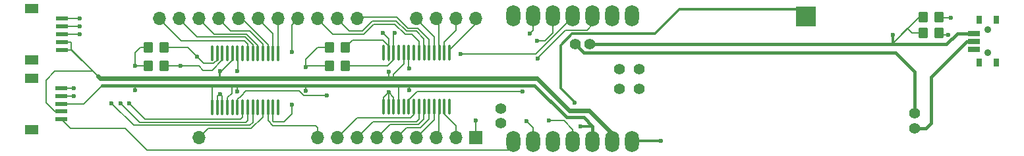
<source format=gtl>
G04 #@! TF.GenerationSoftware,KiCad,Pcbnew,8.0.3*
G04 #@! TF.CreationDate,2024-08-28T21:52:25+01:00*
G04 #@! TF.ProjectId,Seeed,53656565-642e-46b6-9963-61645f706362,rev?*
G04 #@! TF.SameCoordinates,Original*
G04 #@! TF.FileFunction,Copper,L1,Top*
G04 #@! TF.FilePolarity,Positive*
%FSLAX46Y46*%
G04 Gerber Fmt 4.6, Leading zero omitted, Abs format (unit mm)*
G04 Created by KiCad (PCBNEW 8.0.3) date 2024-08-28 21:52:25*
%MOMM*%
%LPD*%
G01*
G04 APERTURE LIST*
G04 Aperture macros list*
%AMRoundRect*
0 Rectangle with rounded corners*
0 $1 Rounding radius*
0 $2 $3 $4 $5 $6 $7 $8 $9 X,Y pos of 4 corners*
0 Add a 4 corners polygon primitive as box body*
4,1,4,$2,$3,$4,$5,$6,$7,$8,$9,$2,$3,0*
0 Add four circle primitives for the rounded corners*
1,1,$1+$1,$2,$3*
1,1,$1+$1,$4,$5*
1,1,$1+$1,$6,$7*
1,1,$1+$1,$8,$9*
0 Add four rect primitives between the rounded corners*
20,1,$1+$1,$2,$3,$4,$5,0*
20,1,$1+$1,$4,$5,$6,$7,0*
20,1,$1+$1,$6,$7,$8,$9,0*
20,1,$1+$1,$8,$9,$2,$3,0*%
G04 Aperture macros list end*
G04 #@! TA.AperFunction,ComponentPad*
%ADD10O,1.700000X1.700000*%
G04 #@! TD*
G04 #@! TA.AperFunction,SMDPad,CuDef*
%ADD11R,1.550000X0.600000*%
G04 #@! TD*
G04 #@! TA.AperFunction,SMDPad,CuDef*
%ADD12R,1.800000X1.200000*%
G04 #@! TD*
G04 #@! TA.AperFunction,ComponentPad*
%ADD13C,1.400000*%
G04 #@! TD*
G04 #@! TA.AperFunction,SMDPad,CuDef*
%ADD14RoundRect,0.250000X0.350000X0.450000X-0.350000X0.450000X-0.350000X-0.450000X0.350000X-0.450000X0*%
G04 #@! TD*
G04 #@! TA.AperFunction,SMDPad,CuDef*
%ADD15O,0.360000X2.020000*%
G04 #@! TD*
G04 #@! TA.AperFunction,ComponentPad*
%ADD16C,0.900000*%
G04 #@! TD*
G04 #@! TA.AperFunction,SMDPad,CuDef*
%ADD17R,1.500000X0.700000*%
G04 #@! TD*
G04 #@! TA.AperFunction,SMDPad,CuDef*
%ADD18R,0.800000X1.000000*%
G04 #@! TD*
G04 #@! TA.AperFunction,SMDPad,CuDef*
%ADD19R,2.500000X2.500000*%
G04 #@! TD*
G04 #@! TA.AperFunction,ComponentPad*
%ADD20R,1.700000X1.700000*%
G04 #@! TD*
G04 #@! TA.AperFunction,SMDPad,CuDef*
%ADD21RoundRect,0.250000X-0.350000X-0.450000X0.350000X-0.450000X0.350000X0.450000X-0.350000X0.450000X0*%
G04 #@! TD*
G04 #@! TA.AperFunction,SMDPad,CuDef*
%ADD22O,1.800000X2.750000*%
G04 #@! TD*
G04 #@! TA.AperFunction,ComponentPad*
%ADD23C,1.397000*%
G04 #@! TD*
G04 #@! TA.AperFunction,ViaPad*
%ADD24C,0.600000*%
G04 #@! TD*
G04 #@! TA.AperFunction,Conductor*
%ADD25C,0.300000*%
G04 #@! TD*
G04 #@! TA.AperFunction,Conductor*
%ADD26C,0.200000*%
G04 #@! TD*
G04 #@! TA.AperFunction,Conductor*
%ADD27C,0.400000*%
G04 #@! TD*
G04 #@! TA.AperFunction,Conductor*
%ADD28C,0.600000*%
G04 #@! TD*
G04 APERTURE END LIST*
D10*
G04 #@! TO.P,J2,1,R2*
G04 #@! TO.N,Net-(J2-R2)*
X165100000Y-99000000D03*
G04 #@! TO.P,J2,2,R1*
G04 #@! TO.N,Net-(J2-R1)*
X162560000Y-99000000D03*
G04 #@! TO.P,J2,3,OPTION*
G04 #@! TO.N,Net-(J2-OPTION)*
X160020001Y-99000000D03*
G04 #@! TO.P,J2,4,COMMAND*
G04 #@! TO.N,Net-(J2-COMMAND)*
X157480000Y-99000000D03*
G04 #@! TO.P,J2,7,R4*
G04 #@! TO.N,Net-(J2-R4)*
X149860000Y-99000000D03*
G04 #@! TO.P,J2,8,R5*
G04 #@! TO.N,Net-(J2-R5)*
X147319999Y-99000000D03*
G04 #@! TO.P,J2,9,R6*
G04 #@! TO.N,Net-(J2-R6)*
X144780000Y-99000000D03*
G04 #@! TO.P,J2,10,R7*
G04 #@! TO.N,Net-(J2-R7)*
X142240000Y-99000000D03*
G04 #@! TO.P,J2,11,R0*
G04 #@! TO.N,Net-(J2-R0)*
X139700000Y-99000000D03*
G04 #@! TO.P,J2,12,R8*
G04 #@! TO.N,Net-(J2-R8)*
X137160001Y-99000000D03*
G04 #@! TO.P,J2,13,R3*
G04 #@! TO.N,Net-(J2-R3)*
X134620000Y-99000000D03*
G04 #@! TO.P,J2,14,R9*
G04 #@! TO.N,Net-(J2-R9)*
X132080000Y-99000000D03*
G04 #@! TO.P,J2,15,POWER*
G04 #@! TO.N,Net-(J2-POWER)*
X129540000Y-99000000D03*
G04 #@! TO.P,J2,16,CONTROL*
G04 #@! TO.N,Net-(J2-CONTROL)*
X127000001Y-99000000D03*
G04 #@! TO.P,J2,17,SHIFT*
G04 #@! TO.N,Net-(J2-SHIFT)*
X124459999Y-99000000D03*
G04 #@! TD*
D11*
G04 #@! TO.P,SPI,1,1*
G04 #@! TO.N,MOSI*
X111890000Y-107950000D03*
G04 #@! TO.P,SPI,2,2*
G04 #@! TO.N,SCK*
X111890000Y-108950000D03*
G04 #@! TO.P,SPI,3,3*
G04 #@! TO.N,VCC*
X111890000Y-109950000D03*
G04 #@! TO.P,SPI,4,4*
G04 #@! TO.N,GND*
X111890000Y-110950000D03*
G04 #@! TO.P,SPI,5,5*
G04 #@! TO.N,CS*
X111890000Y-111950000D03*
D12*
G04 #@! TO.P,SPI,6,6*
G04 #@! TO.N,unconnected-(J5-Pad6)*
X108010000Y-106650000D03*
G04 #@! TO.P,SPI,7,7*
G04 #@! TO.N,unconnected-(J5-Pad7)*
X108010000Y-113250000D03*
G04 #@! TD*
D11*
G04 #@! TO.P,EC11,1,1*
G04 #@! TO.N,Net-(U2-GPA0)*
X111940000Y-99000000D03*
G04 #@! TO.P,EC11,2,2*
G04 #@! TO.N,Net-(U2-GPA1)*
X111940000Y-100000000D03*
G04 #@! TO.P,EC11,3,3*
G04 #@! TO.N,Net-(U2-GPA2)*
X111940000Y-101000000D03*
G04 #@! TO.P,EC11,4,4*
G04 #@! TO.N,GND*
X111940000Y-102000000D03*
G04 #@! TO.P,EC11,5,5*
X111940000Y-103000000D03*
D12*
G04 #@! TO.P,EC11,6,6*
G04 #@! TO.N,unconnected-(J1-Pad6)*
X108060000Y-97700000D03*
G04 #@! TO.P,EC11,7,7*
G04 #@! TO.N,unconnected-(J1-Pad7)*
X108060000Y-104300000D03*
G04 #@! TD*
D13*
G04 #@! TO.P,J4,1,Pin_1*
G04 #@! TO.N,Net-(J4-Pin_1)*
X221520000Y-111130000D03*
G04 #@! TO.P,J4,2,Pin_2*
G04 #@! TO.N,Net-(J4-Pin_2)*
X221520000Y-113130000D03*
G04 #@! TD*
D14*
G04 #@! TO.P,R2,1*
G04 #@! TO.N,Net-(U1-SCK)*
X148320000Y-105105200D03*
G04 #@! TO.P,R2,2*
G04 #@! TO.N,VCC*
X146320000Y-105105200D03*
G04 #@! TD*
G04 #@! TO.P,R5,1*
G04 #@! TO.N,Net-(USB1-CC2)*
X224590000Y-100870000D03*
G04 #@! TO.P,R5,2*
G04 #@! TO.N,Net-(R5-Pad2)*
X222590000Y-100870000D03*
G04 #@! TD*
G04 #@! TO.P,R4,1*
G04 #@! TO.N,Net-(U1-SCK)*
X125027600Y-105105200D03*
G04 #@! TO.P,R4,2*
G04 #@! TO.N,VCC*
X123027600Y-105105200D03*
G04 #@! TD*
D15*
G04 #@! TO.P,U1,1,GPB0*
G04 #@! TO.N,Net-(J2-R2)*
X161710000Y-103400000D03*
G04 #@! TO.P,U1,2,GPB1*
G04 #@! TO.N,Net-(J2-R1)*
X161060000Y-103400000D03*
G04 #@! TO.P,U1,3,GPB2*
G04 #@! TO.N,Net-(J2-OPTION)*
X160409999Y-103400000D03*
G04 #@! TO.P,U1,4,GPB3*
G04 #@! TO.N,Net-(J2-COMMAND)*
X159760000Y-103400000D03*
G04 #@! TO.P,U1,5,GPB4*
G04 #@! TO.N,Net-(J2-R4)*
X159110001Y-103400000D03*
G04 #@! TO.P,U1,6,GPB5*
G04 #@! TO.N,Net-(J2-R5)*
X158460000Y-103400000D03*
G04 #@! TO.P,U1,7,GPB6*
G04 #@! TO.N,Net-(J2-R6)*
X157800000Y-103400000D03*
G04 #@! TO.P,U1,8,GPB7*
G04 #@! TO.N,unconnected-(U1-GPB7-Pad8)*
X157150000Y-103400000D03*
G04 #@! TO.P,U1,9,VDD*
G04 #@! TO.N,VCC*
X156500000Y-103400000D03*
G04 #@! TO.P,U1,10,VSS*
G04 #@! TO.N,GND*
X155849999Y-103400000D03*
G04 #@! TO.P,U1,11,NC*
G04 #@! TO.N,unconnected-(U1-NC-Pad11)*
X155200000Y-103400000D03*
G04 #@! TO.P,U1,12,SCK*
G04 #@! TO.N,Net-(U1-SCK)*
X154550001Y-103400000D03*
G04 #@! TO.P,U1,13,SDA*
G04 #@! TO.N,Net-(U1-SDA)*
X153900000Y-103400000D03*
G04 #@! TO.P,U1,14,NC*
G04 #@! TO.N,unconnected-(U1-NC-Pad14)*
X153250000Y-103400000D03*
G04 #@! TO.P,U1,15,A0*
G04 #@! TO.N,GND*
X153250000Y-110320000D03*
G04 #@! TO.P,U1,16,A1*
X153900000Y-110320000D03*
G04 #@! TO.P,U1,17,A2*
X154550001Y-110320000D03*
G04 #@! TO.P,U1,18,~{RESET}*
G04 #@! TO.N,VCC*
X155200000Y-110320000D03*
G04 #@! TO.P,U1,19,INTB*
G04 #@! TO.N,unconnected-(U1-INTB-Pad19)*
X155849999Y-110320000D03*
G04 #@! TO.P,U1,20,INTA*
G04 #@! TO.N,Net-(U1-INTA)*
X156500000Y-110320000D03*
G04 #@! TO.P,U1,21,GPA0*
G04 #@! TO.N,Net-(J3-C6)*
X157150000Y-110320000D03*
G04 #@! TO.P,U1,22,GPA1*
G04 #@! TO.N,Net-(J3-C5)*
X157800000Y-110320000D03*
G04 #@! TO.P,U1,23,GPA2*
G04 #@! TO.N,Net-(J3-C4)*
X158460000Y-110320000D03*
G04 #@! TO.P,U1,24,GPA3*
G04 #@! TO.N,Net-(J3-C3)*
X159110001Y-110320000D03*
G04 #@! TO.P,U1,25,GPA4*
G04 #@! TO.N,Net-(J3-C2)*
X159760000Y-110320000D03*
G04 #@! TO.P,U1,26,GPA5*
G04 #@! TO.N,Net-(J3-C1)*
X160409999Y-110320000D03*
G04 #@! TO.P,U1,27,GPA6*
G04 #@! TO.N,Net-(J3-C0)*
X161060000Y-110320000D03*
G04 #@! TO.P,U1,28,GPA7*
G04 #@! TO.N,unconnected-(U1-GPA7-Pad28)*
X161710000Y-110320000D03*
G04 #@! TD*
D14*
G04 #@! TO.P,R1,1*
G04 #@! TO.N,Net-(U1-SDA)*
X148320000Y-102717600D03*
G04 #@! TO.P,R1,2*
G04 #@! TO.N,VCC*
X146320000Y-102717600D03*
G04 #@! TD*
G04 #@! TO.P,R3,1*
G04 #@! TO.N,Net-(U1-SDA)*
X125027600Y-102717600D03*
G04 #@! TO.P,R3,2*
G04 #@! TO.N,VCC*
X123027600Y-102717600D03*
G04 #@! TD*
D16*
G04 #@! TO.P,SW1,*
G04 #@! TO.N,*
X230920000Y-103420000D03*
X230920000Y-100420000D03*
D17*
G04 #@! TO.P,SW1,1,1*
G04 #@! TO.N,unconnected-(SW1-Pad1)*
X229120000Y-102920000D03*
G04 #@! TO.P,SW1,2,2*
G04 #@! TO.N,Net-(J4-Pin_2)*
X229120000Y-101920000D03*
G04 #@! TO.P,SW1,3,3*
G04 #@! TO.N,Net-(R5-Pad2)*
X229120000Y-100920000D03*
D18*
G04 #@! TO.P,SW1,4,4*
G04 #@! TO.N,unconnected-(SW1-Pad4)*
X229820000Y-104670000D03*
X232020000Y-104670000D03*
G04 #@! TO.P,SW1,5,5*
G04 #@! TO.N,unconnected-(SW1-Pad5)*
X229820000Y-99170000D03*
X232020000Y-99170000D03*
G04 #@! TD*
D19*
G04 #@! TO.P,V+,1,Pin_1*
G04 #@! TO.N,VCC*
X207560000Y-98710000D03*
G04 #@! TD*
D20*
G04 #@! TO.P,J3,1,GROUND*
G04 #@! TO.N,GND*
X165100000Y-114300000D03*
D10*
G04 #@! TO.P,J3,2,C0*
G04 #@! TO.N,Net-(J3-C0)*
X162560000Y-114300000D03*
G04 #@! TO.P,J3,3,C1*
G04 #@! TO.N,Net-(J3-C1)*
X160020001Y-114300000D03*
G04 #@! TO.P,J3,4,C2*
G04 #@! TO.N,Net-(J3-C2)*
X157480000Y-114300000D03*
G04 #@! TO.P,J3,5,C3*
G04 #@! TO.N,Net-(J3-C3)*
X154940000Y-114300000D03*
G04 #@! TO.P,J3,6,C4*
G04 #@! TO.N,Net-(J3-C4)*
X152400000Y-114300000D03*
G04 #@! TO.P,J3,7,C5*
G04 #@! TO.N,Net-(J3-C5)*
X149860000Y-114300000D03*
G04 #@! TO.P,J3,8,C6*
G04 #@! TO.N,Net-(J3-C6)*
X147319999Y-114300000D03*
G04 #@! TO.P,J3,9,C7*
G04 #@! TO.N,Net-(J3-C7)*
X144780000Y-114300000D03*
G04 #@! TO.P,J3,15,CAPSLOCK*
G04 #@! TO.N,Net-(J3-CAPSLOCK)*
X129540000Y-114300000D03*
G04 #@! TD*
D21*
G04 #@! TO.P,R6,1*
G04 #@! TO.N,Net-(R5-Pad2)*
X222590000Y-98790000D03*
G04 #@! TO.P,R6,2*
G04 #@! TO.N,Net-(USB1-CC1)*
X224590000Y-98790000D03*
G04 #@! TD*
D15*
G04 #@! TO.P,U2,1,GPB0*
G04 #@! TO.N,Net-(J2-R0)*
X139700000Y-103460000D03*
G04 #@! TO.P,U2,2,GPB1*
G04 #@! TO.N,Net-(J2-R8)*
X139050000Y-103460000D03*
G04 #@! TO.P,U2,3,GPB2*
G04 #@! TO.N,Net-(J2-R3)*
X138399999Y-103460000D03*
G04 #@! TO.P,U2,4,GPB3*
G04 #@! TO.N,Net-(J2-R9)*
X137750000Y-103460000D03*
G04 #@! TO.P,U2,5,GPB4*
G04 #@! TO.N,Net-(J2-POWER)*
X137100001Y-103460000D03*
G04 #@! TO.P,U2,6,GPB5*
G04 #@! TO.N,Net-(J2-CONTROL)*
X136450000Y-103460000D03*
G04 #@! TO.P,U2,7,GPB6*
G04 #@! TO.N,Net-(J2-SHIFT)*
X135790000Y-103460000D03*
G04 #@! TO.P,U2,8,GPB7*
G04 #@! TO.N,unconnected-(U2-GPB7-Pad8)*
X135140000Y-103460000D03*
G04 #@! TO.P,U2,9,VDD*
G04 #@! TO.N,VCC*
X134490000Y-103460000D03*
G04 #@! TO.P,U2,10,VSS*
G04 #@! TO.N,GND*
X133839999Y-103460000D03*
G04 #@! TO.P,U2,11,NC*
G04 #@! TO.N,unconnected-(U2-NC-Pad11)*
X133190000Y-103460000D03*
G04 #@! TO.P,U2,12,SCK*
G04 #@! TO.N,Net-(U1-SCK)*
X132540001Y-103460000D03*
G04 #@! TO.P,U2,13,SDA*
G04 #@! TO.N,Net-(U1-SDA)*
X131890000Y-103460000D03*
G04 #@! TO.P,U2,14,NC*
G04 #@! TO.N,unconnected-(U2-NC-Pad14)*
X131240000Y-103460000D03*
G04 #@! TO.P,U2,15,A0*
G04 #@! TO.N,VCC*
X131240000Y-110380000D03*
G04 #@! TO.P,U2,16,A1*
G04 #@! TO.N,GND*
X131890000Y-110380000D03*
G04 #@! TO.P,U2,17,A2*
X132540001Y-110380000D03*
G04 #@! TO.P,U2,18,~{RESET}*
G04 #@! TO.N,VCC*
X133190000Y-110380000D03*
G04 #@! TO.P,U2,19,INTB*
G04 #@! TO.N,unconnected-(U2-INTB-Pad19)*
X133839999Y-110380000D03*
G04 #@! TO.P,U2,20,INTA*
G04 #@! TO.N,Net-(U2-INTA)*
X134490000Y-110380000D03*
G04 #@! TO.P,U2,21,GPA0*
G04 #@! TO.N,Net-(U2-GPA0)*
X135140000Y-110380000D03*
G04 #@! TO.P,U2,22,GPA1*
G04 #@! TO.N,Net-(U2-GPA1)*
X135790000Y-110380000D03*
G04 #@! TO.P,U2,23,GPA2*
G04 #@! TO.N,Net-(U2-GPA2)*
X136450000Y-110380000D03*
G04 #@! TO.P,U2,24,GPA3*
G04 #@! TO.N,unconnected-(U2-GPA3-Pad24)*
X137100001Y-110380000D03*
G04 #@! TO.P,U2,25,GPA4*
G04 #@! TO.N,Net-(J3-CAPSLOCK)*
X137750000Y-110380000D03*
G04 #@! TO.P,U2,26,GPA5*
G04 #@! TO.N,Net-(J3-C7)*
X138399999Y-110380000D03*
G04 #@! TO.P,U2,27,GPA6*
G04 #@! TO.N,Net-(J2-R7)*
X139050000Y-110380000D03*
G04 #@! TO.P,U2,28,GPA7*
G04 #@! TO.N,unconnected-(U2-GPA7-Pad28)*
X139700000Y-110380000D03*
G04 #@! TD*
D22*
G04 #@! TO.P,XIAO1,1,A2/0.02_H*
G04 #@! TO.N,unconnected-(XIAO1-A2{slash}0.02_H-Pad1)*
X185191400Y-98630040D03*
G04 #@! TO.P,XIAO1,2,A4/0.03_H*
G04 #@! TO.N,unconnected-(XIAO1-A4{slash}0.03_H-Pad2)*
X182651400Y-98630040D03*
G04 #@! TO.P,XIAO1,3,A10/0.28*
G04 #@! TO.N,Net-(U1-INTA)*
X180111400Y-98630040D03*
G04 #@! TO.P,XIAO1,4,A11/0.29*
G04 #@! TO.N,Net-(U2-INTA)*
X177571400Y-98630040D03*
G04 #@! TO.P,XIAO1,5,A8_SDA/0.04_H*
G04 #@! TO.N,Net-(U1-SDA)*
X175031400Y-98630040D03*
G04 #@! TO.P,XIAO1,6,A9_SCL/0.05_H*
G04 #@! TO.N,Net-(U1-SCK)*
X172491400Y-98630040D03*
G04 #@! TO.P,XIAO1,7,B8_TX/1.11*
G04 #@! TO.N,unconnected-(XIAO1-B8_TX{slash}1.11-Pad7)*
X169951400Y-98630040D03*
G04 #@! TO.P,XIAO1,8,B9_RX/1.12*
G04 #@! TO.N,CS*
X169951400Y-114819960D03*
G04 #@! TO.P,XIAO1,9,A7_SCK/1.13*
G04 #@! TO.N,SCK*
X172491400Y-114819960D03*
G04 #@! TO.P,XIAO1,10,A5_MISO/1.14*
G04 #@! TO.N,unconnected-(XIAO1-A5_MISO{slash}1.14-Pad10)*
X175031400Y-114819960D03*
G04 #@! TO.P,XIAO1,11,A6_MOSI/1.15*
G04 #@! TO.N,MOSI*
X177571400Y-114819960D03*
G04 #@! TO.P,XIAO1,12,3V3*
G04 #@! TO.N,VCC*
X180111400Y-114819960D03*
G04 #@! TO.P,XIAO1,13,GND*
G04 #@! TO.N,GND*
X182651400Y-114819960D03*
G04 #@! TO.P,XIAO1,14,5V*
G04 #@! TO.N,Net-(XIAO1-5V)*
X185191400Y-114819960D03*
D23*
G04 #@! TO.P,XIAO1,15,A31_SWDIO*
G04 #@! TO.N,unconnected-(XIAO1-A31_SWDIO-Pad15)*
X186143400Y-105455000D03*
G04 #@! TO.P,XIAO1,16,A30_SWCLK*
G04 #@! TO.N,unconnected-(XIAO1-A30_SWCLK-Pad16)*
X186143400Y-107995000D03*
G04 #@! TO.P,XIAO1,17,RESET*
G04 #@! TO.N,unconnected-(XIAO1-RESET-Pad17)*
X183603400Y-105454999D03*
G04 #@! TO.P,XIAO1,18,GND*
G04 #@! TO.N,unconnected-(XIAO1-GND-Pad18)*
X183603400Y-107995001D03*
G04 #@! TO.P,XIAO1,19,BAT*
G04 #@! TO.N,Net-(J4-Pin_1)*
X177888400Y-102280000D03*
G04 #@! TO.P,XIAO1,20,GND*
G04 #@! TO.N,Net-(R5-Pad2)*
X179793400Y-102280000D03*
G04 #@! TO.P,XIAO1,21,NFC1/0.09_H*
G04 #@! TO.N,unconnected-(XIAO1-NFC1{slash}0.09_H-Pad21)*
X168363400Y-110535000D03*
G04 #@! TO.P,XIAO1,22,NFC2/0.10_H*
G04 #@! TO.N,unconnected-(XIAO1-NFC2{slash}0.10_H-Pad22)*
X168363400Y-112440000D03*
G04 #@! TD*
D24*
G04 #@! TO.N,GND*
X153924000Y-108483400D03*
X153924000Y-105841800D03*
X165100000Y-112141000D03*
X132232400Y-105740200D03*
X132232400Y-108686600D03*
G04 #@! TO.N,VCC*
X134480000Y-108340000D03*
X121320000Y-105080000D03*
X143256000Y-108305600D03*
X143270000Y-105280000D03*
X177830000Y-109790000D03*
X156514800Y-108190000D03*
X121300000Y-108200000D03*
X134493000Y-105714800D03*
X178610000Y-112830000D03*
X156514800Y-105410000D03*
G04 #@! TO.N,MOSI*
X113470000Y-107950000D03*
X174540000Y-112120000D03*
G04 #@! TO.N,SCK*
X113450000Y-108960000D03*
X171620000Y-112150000D03*
G04 #@! TO.N,Net-(J2-R7)*
X141478000Y-110083600D03*
X141478000Y-103276400D03*
G04 #@! TO.N,Net-(U1-SDA)*
X172975000Y-101825000D03*
X129286000Y-103886000D03*
X153162000Y-100838000D03*
G04 #@! TO.N,Net-(U1-SCK)*
X154686000Y-100838000D03*
X172025000Y-100900000D03*
X127203200Y-105105200D03*
G04 #@! TO.N,Net-(U2-GPA1)*
X114200000Y-100000000D03*
X119500000Y-109900000D03*
G04 #@! TO.N,Net-(U2-GPA2)*
X118300000Y-109900000D03*
X114200000Y-101000000D03*
G04 #@! TO.N,Net-(U2-GPA0)*
X120600000Y-109900000D03*
X114200000Y-99000000D03*
G04 #@! TO.N,Net-(USB1-CC2)*
X225814516Y-101073046D03*
G04 #@! TO.N,Net-(R5-Pad2)*
X218680000Y-101100000D03*
G04 #@! TO.N,Net-(USB1-CC1)*
X226120000Y-98870000D03*
G04 #@! TO.N,Net-(U1-INTA)*
X171080000Y-108370000D03*
X173067540Y-104127391D03*
G04 #@! TO.N,Net-(U2-INTA)*
X163150000Y-103590000D03*
X146000000Y-108890000D03*
G04 #@! TO.N,Net-(XIAO1-5V)*
X188860000Y-114730000D03*
G04 #@! TD*
D25*
G04 #@! TO.N,VCC*
X177830000Y-109750000D02*
X176020000Y-107940000D01*
X176020000Y-107940000D02*
X176020000Y-102410000D01*
X177490000Y-100940000D02*
X188110000Y-100940000D01*
X191230000Y-97820000D02*
X206670000Y-97820000D01*
X188110000Y-100940000D02*
X191230000Y-97820000D01*
X206670000Y-97820000D02*
X207560000Y-98710000D01*
X176020000Y-102410000D02*
X177490000Y-100940000D01*
D26*
G04 #@! TO.N,CS*
X169296360Y-115950000D02*
X169951400Y-115294960D01*
X111890000Y-111950000D02*
X113074657Y-113134657D01*
X120024657Y-113134657D02*
X122840000Y-115950000D01*
X113074657Y-113134657D02*
X120024657Y-113134657D01*
X122840000Y-115950000D02*
X169296360Y-115950000D01*
D27*
G04 #@! TO.N,Net-(J4-Pin_1)*
X221520000Y-111130000D02*
X221520000Y-105870000D01*
X219050000Y-103400000D02*
X179008400Y-103400000D01*
X221520000Y-105870000D02*
X219050000Y-103400000D01*
X179008400Y-103400000D02*
X177888400Y-102280000D01*
G04 #@! TO.N,Net-(J4-Pin_2)*
X221520000Y-113130000D02*
X222950000Y-113130000D01*
X222950000Y-113130000D02*
X223610000Y-112470000D01*
X228220000Y-101920000D02*
X229120000Y-101920000D01*
X223610000Y-112470000D02*
X223610000Y-106530000D01*
X223610000Y-106530000D02*
X228220000Y-101920000D01*
D28*
G04 #@! TO.N,GND*
X129540000Y-106680000D02*
X116840000Y-106680000D01*
D26*
X110975000Y-110950000D02*
X109880000Y-109855000D01*
X153924000Y-105841800D02*
X153924000Y-106680000D01*
D28*
X152390000Y-106680000D02*
X129540000Y-106680000D01*
D26*
X112000000Y-102000000D02*
X113090000Y-102000000D01*
X133850000Y-104351200D02*
X133850000Y-103378000D01*
X113090000Y-102000000D02*
X113090000Y-102930000D01*
X131900000Y-110578000D02*
X131900000Y-108993600D01*
X111030000Y-105740000D02*
X115900000Y-105740000D01*
X154533600Y-106156400D02*
X154533600Y-106680000D01*
X111950000Y-110950000D02*
X110975000Y-110950000D01*
X153898600Y-108483400D02*
X153924000Y-108483400D01*
X109880000Y-109855000D02*
X109880000Y-106900000D01*
X155855000Y-104835000D02*
X154533600Y-106156400D01*
X132232400Y-108686600D02*
X132257800Y-108686600D01*
X153905000Y-108477000D02*
X153898600Y-108483400D01*
D28*
X129540000Y-106680000D02*
X132207000Y-106680000D01*
D26*
X111030000Y-105750000D02*
X111030000Y-105740000D01*
X131900000Y-108993600D02*
X132232400Y-108661200D01*
X132232400Y-108661200D02*
X132232400Y-108686600D01*
X112010000Y-103000000D02*
X113160000Y-103000000D01*
X153924000Y-108483400D02*
X153924000Y-108458000D01*
D28*
X116840000Y-106680000D02*
X116630000Y-106470000D01*
D26*
X153905000Y-110280000D02*
X153905000Y-108477000D01*
D28*
X179660000Y-110790000D02*
X182651400Y-113781400D01*
D26*
X132550000Y-108978800D02*
X132550000Y-110578000D01*
X165100000Y-114300000D02*
X165100000Y-112141000D01*
D28*
X173020000Y-106680000D02*
X177130000Y-110790000D01*
D26*
X132232400Y-108661200D02*
X132232400Y-108661200D01*
X153255000Y-110280000D02*
X153255000Y-109152400D01*
X109880000Y-106900000D02*
X111030000Y-105750000D01*
X153255000Y-109152400D02*
X153924000Y-108483400D01*
X132207000Y-106680000D02*
X132207000Y-105994200D01*
X154555000Y-109114400D02*
X153924000Y-108483400D01*
X116385000Y-106225000D02*
X116630000Y-106470000D01*
D28*
X182651400Y-113781400D02*
X182651400Y-115294960D01*
X152390000Y-106680000D02*
X173020000Y-106680000D01*
D26*
X153924000Y-108458000D02*
X153924000Y-108458000D01*
D28*
X154533600Y-106680000D02*
X153924000Y-106680000D01*
D26*
X154555000Y-110280000D02*
X154555000Y-109114400D01*
X115900000Y-105740000D02*
X116385000Y-106225000D01*
X113160000Y-103000000D02*
X116385000Y-106225000D01*
X132257800Y-108686600D02*
X132550000Y-108978800D01*
X113090000Y-102930000D02*
X116630000Y-106470000D01*
X155855000Y-103080000D02*
X155855000Y-104835000D01*
X132232400Y-105740200D02*
X132232400Y-106654600D01*
X132232400Y-106654600D02*
X132207000Y-106680000D01*
X132207000Y-105994200D02*
X133850000Y-104351200D01*
D28*
X177130000Y-110790000D02*
X179660000Y-110790000D01*
D26*
G04 #@! TO.N,VCC*
X131250000Y-107588200D02*
X131241800Y-107580000D01*
D27*
X156320000Y-107580000D02*
X172644918Y-107580000D01*
D26*
X131250000Y-110578000D02*
X131250000Y-107588200D01*
X121320000Y-103380000D02*
X121982400Y-102717600D01*
D25*
X178631400Y-112851400D02*
X180111400Y-112851400D01*
D26*
X156505000Y-103080000D02*
X156505000Y-105400200D01*
X121300000Y-108200000D02*
X121300000Y-107580000D01*
X121320000Y-105080000D02*
X123002400Y-105080000D01*
D25*
X178610000Y-112830000D02*
X178631400Y-112851400D01*
D26*
X143270000Y-104200000D02*
X144752400Y-102717600D01*
D25*
X177830000Y-109790000D02*
X177870000Y-109790000D01*
D27*
X117094000Y-107580000D02*
X121300000Y-107580000D01*
X172644918Y-107580000D02*
X176764918Y-111700000D01*
X121300000Y-107580000D02*
X131241800Y-107580000D01*
D26*
X156514800Y-107605400D02*
X156540200Y-107580000D01*
X143270000Y-105280000D02*
X143270000Y-104200000D01*
X155205000Y-110280000D02*
X155205000Y-109205000D01*
X114724000Y-109950000D02*
X117094000Y-107580000D01*
X155205000Y-109205000D02*
X155194000Y-109194000D01*
X143270000Y-105280000D02*
X143444800Y-105105200D01*
X143444800Y-105105200D02*
X146320000Y-105105200D01*
X121982400Y-102717600D02*
X123027600Y-102717600D01*
X156514800Y-108190000D02*
X156514800Y-107605400D01*
X134500000Y-105707800D02*
X134493000Y-105714800D01*
D27*
X134493000Y-107580000D02*
X143256000Y-107580000D01*
D26*
X133200000Y-109166800D02*
X133756400Y-108610400D01*
X144752400Y-102717600D02*
X146320000Y-102717600D01*
D27*
X180111400Y-112851400D02*
X180111400Y-115294960D01*
X143256000Y-107580000D02*
X155194000Y-107580000D01*
D26*
X155194000Y-109194000D02*
X155194000Y-107580000D01*
D27*
X178960000Y-111700000D02*
X180111400Y-112851400D01*
D26*
X133200000Y-110578000D02*
X133200000Y-109166800D01*
D27*
X176764918Y-111700000D02*
X178960000Y-111700000D01*
D26*
X134480000Y-108340000D02*
X134493000Y-108327000D01*
X123002400Y-105080000D02*
X123027600Y-105105200D01*
D27*
X133756400Y-107580000D02*
X134493000Y-107580000D01*
D26*
X121320000Y-105080000D02*
X121320000Y-103380000D01*
X133756400Y-108610400D02*
X133756400Y-107580000D01*
D27*
X156320000Y-107580000D02*
X156540200Y-107580000D01*
X131241800Y-107580000D02*
X133756400Y-107580000D01*
D25*
X177870000Y-109790000D02*
X177830000Y-109750000D01*
D26*
X143256000Y-108305600D02*
X143256000Y-107580000D01*
X156505000Y-105400200D02*
X156514800Y-105410000D01*
X111960000Y-109950000D02*
X114724000Y-109950000D01*
D25*
X177830000Y-109750000D02*
X177830000Y-109790000D01*
D26*
X134500000Y-103378000D02*
X134500000Y-105707800D01*
X134493000Y-108327000D02*
X134493000Y-107580000D01*
D27*
X155194000Y-107580000D02*
X156320000Y-107580000D01*
D26*
G04 #@! TO.N,MOSI*
X177571400Y-113261400D02*
X176440000Y-112130000D01*
X174540000Y-112120000D02*
X174570000Y-112130000D01*
X177571400Y-115294960D02*
X177571400Y-113261400D01*
X174590000Y-112130000D02*
X174540000Y-112120000D01*
X111950000Y-107950000D02*
X113470000Y-107950000D01*
X174570000Y-112130000D02*
X174580000Y-112130000D01*
X176440000Y-112130000D02*
X174590000Y-112130000D01*
G04 #@! TO.N,SCK*
X171640000Y-112150000D02*
X171620000Y-112150000D01*
X171620000Y-112130000D02*
X171620000Y-112130000D01*
X171620000Y-112150000D02*
X171620000Y-112130000D01*
X111960000Y-108950000D02*
X113440000Y-108950000D01*
X113440000Y-108950000D02*
X113450000Y-108960000D01*
X172491400Y-113001400D02*
X171640000Y-112150000D01*
X172491400Y-115294960D02*
X172491400Y-113001400D01*
G04 #@! TO.N,Net-(J2-R0)*
X139700000Y-103886000D02*
X139700000Y-99060000D01*
G04 #@! TO.N,Net-(J2-R1)*
X162560000Y-100500000D02*
X162560000Y-99060000D01*
X161055000Y-102005000D02*
X162560000Y-100500000D01*
X161055000Y-103080000D02*
X161055000Y-102005000D01*
G04 #@! TO.N,Net-(J2-R2)*
X161705000Y-103080000D02*
X165100000Y-99685000D01*
X165100000Y-99685000D02*
X165100000Y-99060000D01*
G04 #@! TO.N,Net-(J2-SHIFT)*
X127257686Y-101857686D02*
X135378314Y-101857686D01*
X124460000Y-99060000D02*
X127257686Y-101857686D01*
X135800000Y-102279372D02*
X135800000Y-103378000D01*
X135378314Y-101857686D02*
X135800000Y-102279372D01*
X135800000Y-103886000D02*
X135800000Y-102811000D01*
G04 #@! TO.N,Net-(J2-POWER)*
X135636000Y-100984000D02*
X137100000Y-102448000D01*
X129540000Y-99060000D02*
X131464000Y-100984000D01*
X131464000Y-100984000D02*
X135636000Y-100984000D01*
X137100000Y-102448000D02*
X137100000Y-103378000D01*
G04 #@! TO.N,Net-(J2-R9)*
X137750000Y-102303000D02*
X137750000Y-103378000D01*
X133604000Y-100584000D02*
X136031000Y-100584000D01*
X132080000Y-99060000D02*
X133604000Y-100584000D01*
X136031000Y-100584000D02*
X137750000Y-102303000D01*
X132080000Y-99568000D02*
X132080000Y-99060000D01*
G04 #@! TO.N,Net-(J2-R5)*
X154882314Y-99314000D02*
X156178314Y-100610000D01*
X147320000Y-99060000D02*
X148844000Y-100584000D01*
X156178314Y-100610000D02*
X157480000Y-100610000D01*
X151816173Y-99314000D02*
X154882314Y-99314000D01*
X157480000Y-100610000D02*
X158455000Y-101585000D01*
X150546173Y-100584000D02*
X151816173Y-99314000D01*
X148844000Y-100584000D02*
X150546173Y-100584000D01*
X158455000Y-101585000D02*
X158455000Y-103080000D01*
G04 #@! TO.N,Net-(J2-COMMAND)*
X159755000Y-103080000D02*
X159755000Y-101335000D01*
X159755000Y-101335000D02*
X157480000Y-99060000D01*
G04 #@! TO.N,Net-(J2-R6)*
X156890000Y-101010000D02*
X157805000Y-101925000D01*
X156012628Y-101010000D02*
X156890000Y-101010000D01*
X144780000Y-99060000D02*
X146704000Y-100984000D01*
X150711859Y-100984000D02*
X151981859Y-99714000D01*
X151981859Y-99714000D02*
X154716628Y-99714000D01*
X154716628Y-99714000D02*
X156012628Y-101010000D01*
X157805000Y-101925000D02*
X157805000Y-103080000D01*
X146704000Y-100984000D02*
X150711859Y-100984000D01*
G04 #@! TO.N,Net-(J2-R7)*
X141478000Y-111252000D02*
X141478000Y-110083600D01*
X141478000Y-99822000D02*
X142240000Y-99060000D01*
X139050000Y-112161000D02*
X139050000Y-110578000D01*
X139050000Y-110280000D02*
X139050000Y-111355000D01*
X139150000Y-112261000D02*
X140469000Y-112261000D01*
X140469000Y-112261000D02*
X141478000Y-111252000D01*
X141478000Y-103276400D02*
X141478000Y-99822000D01*
X139050000Y-112161000D02*
X139150000Y-112261000D01*
G04 #@! TO.N,Net-(J2-CONTROL)*
X127000000Y-99060000D02*
X129324000Y-101384000D01*
X129324000Y-101384000D02*
X135470314Y-101384000D01*
X136450000Y-103886000D02*
X136450000Y-102811000D01*
X135470314Y-101384000D02*
X136450000Y-102363686D01*
X136450000Y-102363686D02*
X136450000Y-103378000D01*
G04 #@! TO.N,Net-(J2-R3)*
X135128000Y-99060000D02*
X138400000Y-102332000D01*
X134620000Y-99060000D02*
X135128000Y-99060000D01*
X138400000Y-102332000D02*
X138400000Y-103378000D01*
G04 #@! TO.N,Net-(J2-R4)*
X154940000Y-98806000D02*
X156344000Y-100210000D01*
X159105000Y-101669314D02*
X159105000Y-103080000D01*
X157645686Y-100210000D02*
X159105000Y-101669314D01*
X150114000Y-98806000D02*
X154940000Y-98806000D01*
X156344000Y-100210000D02*
X157645686Y-100210000D01*
X149860000Y-99060000D02*
X150114000Y-98806000D01*
G04 #@! TO.N,Net-(J2-R8)*
X139050000Y-100950000D02*
X139050000Y-103378000D01*
X137160000Y-99060000D02*
X139050000Y-100950000D01*
G04 #@! TO.N,Net-(J2-OPTION)*
X160405000Y-99445000D02*
X160020000Y-99060000D01*
X160405000Y-103080000D02*
X160405000Y-99445000D01*
G04 #@! TO.N,Net-(J3-C3)*
X154940000Y-114300000D02*
X156210000Y-113030000D01*
X157988000Y-113030000D02*
X159105000Y-111913000D01*
X156210000Y-113030000D02*
X157988000Y-113030000D01*
X159105000Y-111913000D02*
X159105000Y-110280000D01*
G04 #@! TO.N,Net-(J3-C7)*
X144526000Y-112776000D02*
X144780000Y-113030000D01*
X138400000Y-112136000D02*
X139040000Y-112776000D01*
X139040000Y-112776000D02*
X144526000Y-112776000D01*
X138400000Y-112136000D02*
X138400000Y-110578000D01*
X144780000Y-113030000D02*
X144780000Y-114300000D01*
G04 #@! TO.N,Net-(J3-C4)*
X154070000Y-112630000D02*
X157734000Y-112630000D01*
X152400000Y-114300000D02*
X154070000Y-112630000D01*
X158455000Y-111909000D02*
X158455000Y-110280000D01*
X157734000Y-112630000D02*
X158455000Y-111909000D01*
G04 #@! TO.N,Net-(J3-C5)*
X151930000Y-112230000D02*
X157480000Y-112230000D01*
X157805000Y-111905000D02*
X157805000Y-110280000D01*
X149860000Y-114300000D02*
X151930000Y-112230000D01*
X157480000Y-112230000D02*
X157805000Y-111905000D01*
G04 #@! TO.N,Net-(J3-CAPSLOCK)*
X130690000Y-113150000D02*
X136253000Y-113150000D01*
X137750000Y-111653000D02*
X137750000Y-110578000D01*
X129540000Y-114300000D02*
X130690000Y-113150000D01*
X136253000Y-113150000D02*
X137750000Y-111653000D01*
G04 #@! TO.N,Net-(J3-C6)*
X149860000Y-111760000D02*
X156718000Y-111760000D01*
X147320000Y-114300000D02*
X149860000Y-111760000D01*
X156718000Y-111760000D02*
X157155000Y-111323000D01*
X157155000Y-111323000D02*
X157155000Y-110280000D01*
G04 #@! TO.N,Net-(J3-C2)*
X159755000Y-112025000D02*
X157480000Y-114300000D01*
X159755000Y-110280000D02*
X159755000Y-112025000D01*
G04 #@! TO.N,Net-(J3-C0)*
X162560000Y-112776000D02*
X162560000Y-114300000D01*
X161055000Y-110280000D02*
X161055000Y-111271000D01*
X161055000Y-111271000D02*
X162560000Y-112776000D01*
G04 #@! TO.N,Net-(J3-C1)*
X160405000Y-110280000D02*
X160405000Y-113915000D01*
X160405000Y-113915000D02*
X160020000Y-114300000D01*
G04 #@! TO.N,Net-(U1-SDA)*
X131890000Y-104318823D02*
X131890000Y-103460000D01*
X174988000Y-98110040D02*
X174988000Y-100837000D01*
X174988000Y-100837000D02*
X174000000Y-101825000D01*
X172975000Y-101825000D02*
X173000000Y-101850000D01*
X153158823Y-101800000D02*
X149237600Y-101800000D01*
X127203200Y-102717600D02*
X125027600Y-102717600D01*
X149237600Y-101800000D02*
X148320000Y-102717600D01*
X128117600Y-102717600D02*
X129286000Y-103886000D01*
X129286000Y-103886000D02*
X130170000Y-104770000D01*
X131438823Y-104770000D02*
X131890000Y-104318823D01*
X174000000Y-101825000D02*
X172975000Y-101825000D01*
X130170000Y-104770000D02*
X131438823Y-104770000D01*
X153162000Y-100838000D02*
X153905000Y-101581000D01*
X153905000Y-101581000D02*
X153905000Y-103080000D01*
X153900000Y-103400000D02*
X153900000Y-102541177D01*
X127203200Y-102717600D02*
X128117600Y-102717600D01*
X153905000Y-104362200D02*
X153905000Y-103080000D01*
X153900000Y-102541177D02*
X153158823Y-101800000D01*
G04 #@! TO.N,Net-(U1-SCK)*
X154555000Y-100969000D02*
X154555000Y-104321800D01*
X172448000Y-98217096D02*
X172450000Y-98219096D01*
X172450000Y-98219096D02*
X172450000Y-100475000D01*
X153771600Y-105105200D02*
X148320000Y-105105200D01*
X172450000Y-100475000D02*
X172025000Y-100900000D01*
X172025000Y-100900000D02*
X172125000Y-100800000D01*
X130090000Y-105660000D02*
X131223086Y-105660000D01*
X132550000Y-104333086D02*
X132550000Y-103378000D01*
X127203200Y-105105200D02*
X125027600Y-105105200D01*
X154555000Y-104321800D02*
X153771600Y-105105200D01*
X129535200Y-105105200D02*
X130090000Y-105660000D01*
X172448000Y-98110040D02*
X172448000Y-98217096D01*
X127203200Y-105105200D02*
X129535200Y-105105200D01*
X131223086Y-105660000D02*
X132550000Y-104333086D01*
X154686000Y-100838000D02*
X154555000Y-100969000D01*
G04 #@! TO.N,Net-(U2-GPA1)*
X121934657Y-112334657D02*
X135569343Y-112334657D01*
X135800000Y-112104000D02*
X135800000Y-110578000D01*
X119500000Y-109900000D02*
X119400000Y-109800000D01*
X119500000Y-109900000D02*
X121934657Y-112334657D01*
X114200000Y-100000000D02*
X112000000Y-100000000D01*
X119400000Y-109800000D02*
X119400000Y-109800000D01*
X135569343Y-112334657D02*
X135800000Y-112104000D01*
G04 #@! TO.N,Net-(U2-GPA2)*
X136102657Y-112734657D02*
X121134657Y-112734657D01*
X121134657Y-112734657D02*
X118300000Y-109900000D01*
X114200000Y-101000000D02*
X112000001Y-101000000D01*
X136450000Y-112387314D02*
X136102657Y-112734657D01*
X136450000Y-110578000D02*
X136450000Y-112387314D01*
G04 #@! TO.N,Net-(U2-GPA0)*
X120619343Y-109880657D02*
X120619343Y-109800000D01*
X114200000Y-99000000D02*
X112000000Y-99000000D01*
X120600000Y-109900000D02*
X122634657Y-111934657D01*
X135150000Y-111653000D02*
X135150000Y-110578000D01*
X120600000Y-109900000D02*
X120619343Y-109880657D01*
X134868343Y-111934657D02*
X135150000Y-111653000D01*
X122634657Y-111934657D02*
X134868343Y-111934657D01*
G04 #@! TO.N,Net-(USB1-CC2)*
X225814516Y-101073046D02*
X224793046Y-101073046D01*
X224793046Y-101073046D02*
X224590000Y-100870000D01*
D25*
G04 #@! TO.N,Net-(R5-Pad2)*
X218680000Y-101100000D02*
X218680000Y-102170000D01*
D26*
X222060000Y-98790000D02*
X218670000Y-102180000D01*
X222590000Y-98790000D02*
X222060000Y-98790000D01*
D25*
X218680000Y-102170000D02*
X218670000Y-102180000D01*
D26*
X220570000Y-100280000D02*
X218670000Y-102180000D01*
X221160000Y-100870000D02*
X220570000Y-100280000D01*
X222590000Y-100870000D02*
X221160000Y-100870000D01*
G04 #@! TO.N,Net-(USB1-CC1)*
X226120000Y-98870000D02*
X224670000Y-98870000D01*
X224670000Y-98870000D02*
X224590000Y-98790000D01*
G04 #@! TO.N,Net-(U1-INTA)*
X156500000Y-109461177D02*
X157591177Y-108370000D01*
X179400000Y-100490000D02*
X180111400Y-99778600D01*
X180111400Y-99778600D02*
X180111400Y-98155040D01*
X173067540Y-104072460D02*
X176650000Y-100490000D01*
X173067540Y-104127391D02*
X173067540Y-104072460D01*
X157591177Y-108370000D02*
X171080000Y-108370000D01*
X176650000Y-100490000D02*
X179400000Y-100490000D01*
X171080000Y-108370000D02*
X170990000Y-108370000D01*
X156500000Y-110320000D02*
X156500000Y-109461177D01*
G04 #@! TO.N,Net-(U2-INTA)*
X134490000Y-110380000D02*
X134490000Y-109428686D01*
X134950000Y-108960000D02*
X135590000Y-108320000D01*
X142421871Y-108320000D02*
X143007471Y-108905600D01*
X145984400Y-108905600D02*
X146000000Y-108890000D01*
X134950000Y-108968686D02*
X134950000Y-108960000D01*
X163150000Y-103590000D02*
X163240000Y-103590000D01*
X134490000Y-109428686D02*
X134950000Y-108968686D01*
X146000000Y-108890000D02*
X145990000Y-108900000D01*
X143007471Y-108905600D02*
X145984400Y-108905600D01*
X172800685Y-103590000D02*
X163150000Y-103590000D01*
X135590000Y-108320000D02*
X142421871Y-108320000D01*
X177571400Y-98819285D02*
X172800685Y-103590000D01*
X177571400Y-98155040D02*
X177571400Y-98819285D01*
G04 #@! TO.N,unconnected-(U2-INTB-Pad19)*
X133850000Y-109503000D02*
X133850000Y-110578000D01*
D25*
G04 #@! TO.N,Net-(XIAO1-5V)*
X185756360Y-114730000D02*
X185191400Y-115294960D01*
X188860000Y-114730000D02*
X185756360Y-114730000D01*
D27*
G04 #@! TO.N,Net-(R5-Pad2)*
X179793400Y-102280000D02*
X225597512Y-102280000D01*
X226957512Y-100920000D02*
X229120000Y-100920000D01*
X225597512Y-102280000D02*
X226957512Y-100920000D01*
G04 #@! TD*
M02*

</source>
